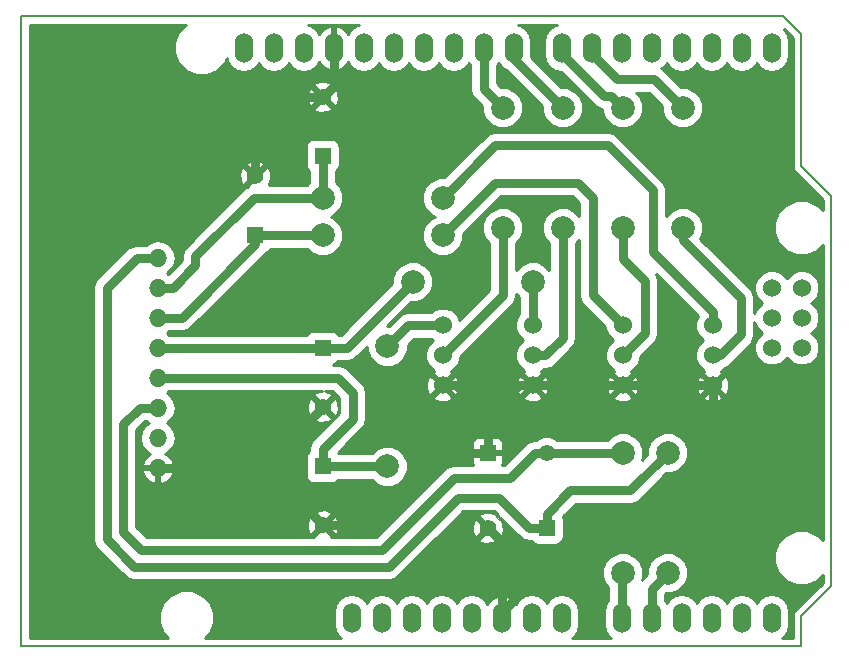
<source format=gbl>
G04 #@! TF.FileFunction,Copper,L2,Bot,Signal*
%FSLAX46Y46*%
G04 Gerber Fmt 4.6, Leading zero omitted, Abs format (unit mm)*
G04 Created by KiCad (PCBNEW 4.0.6) date Thu May  4 10:17:07 2017*
%MOMM*%
%LPD*%
G01*
G04 APERTURE LIST*
%ADD10C,0.100000*%
%ADD11C,0.150000*%
%ADD12O,1.524000X2.540000*%
%ADD13C,1.524000*%
%ADD14R,1.400000X1.400000*%
%ADD15C,1.400000*%
%ADD16C,1.998980*%
%ADD17O,1.524000X1.524000*%
%ADD18C,0.800000*%
%ADD19C,0.254000*%
G04 APERTURE END LIST*
D10*
D11*
X183388000Y-81788000D02*
X185928000Y-84328000D01*
X183388000Y-70612000D02*
X183388000Y-81788000D01*
X181864000Y-69088000D02*
X183388000Y-70612000D01*
X117348000Y-69088000D02*
X181864000Y-69088000D01*
X117348000Y-122428000D02*
X117348000Y-69088000D01*
X183388000Y-122428000D02*
X117348000Y-122428000D01*
X183388000Y-119888000D02*
X183388000Y-122428000D01*
X185928000Y-117348000D02*
X183388000Y-119888000D01*
X185928000Y-84328000D02*
X185928000Y-117348000D01*
D12*
X180886100Y-120015000D03*
X178346100Y-120015000D03*
X175806100Y-120015000D03*
X168186100Y-120015000D03*
X170726100Y-120015000D03*
X173266100Y-120015000D03*
X163106100Y-120015000D03*
X160566100Y-120015000D03*
X158026100Y-120015000D03*
X152946100Y-120015000D03*
X150406100Y-120015000D03*
X180886100Y-71755000D03*
X178346100Y-71755000D03*
X175806100Y-71755000D03*
X173266100Y-71755000D03*
X170726100Y-71755000D03*
X168186100Y-71755000D03*
X165646100Y-71755000D03*
X163106100Y-71755000D03*
X159042100Y-71755000D03*
X156502100Y-71755000D03*
X153962100Y-71755000D03*
X151422100Y-71755000D03*
X148882100Y-71755000D03*
X146342100Y-71755000D03*
X143802100Y-71755000D03*
X141262100Y-71755000D03*
X155486100Y-120015000D03*
X138722100Y-71755000D03*
X136182100Y-71755000D03*
X147866100Y-120015000D03*
X145326100Y-120015000D03*
D13*
X180886100Y-92075000D03*
X183426100Y-92075000D03*
X180886100Y-94615000D03*
X183426100Y-94615000D03*
X180886100Y-97155000D03*
X183426100Y-97155000D03*
D14*
X161845000Y-112395000D03*
D15*
X156845000Y-112395000D03*
D14*
X156845000Y-106045000D03*
D15*
X161845000Y-106045000D03*
D14*
X142875000Y-107188000D03*
D15*
X142875000Y-112188000D03*
D14*
X142875000Y-97155000D03*
D15*
X142875000Y-102155000D03*
D14*
X137160000Y-87630000D03*
D15*
X137160000Y-82630000D03*
D14*
X142875000Y-80899000D03*
D15*
X142875000Y-75899000D03*
D13*
X153035000Y-97790000D03*
X153035000Y-100330000D03*
X153035000Y-95250000D03*
X160655000Y-97790000D03*
X160655000Y-100330000D03*
X160655000Y-95250000D03*
X168275000Y-97790000D03*
X168275000Y-100330000D03*
X168275000Y-95250000D03*
X175895000Y-97790000D03*
X175895000Y-100330000D03*
X175895000Y-95250000D03*
D16*
X172085000Y-106045000D03*
X172085000Y-116205000D03*
X168275000Y-106045000D03*
X168275000Y-116205000D03*
X158115000Y-86995000D03*
X158115000Y-76835000D03*
X163195000Y-86995000D03*
X163195000Y-76835000D03*
X168275000Y-86995000D03*
X168275000Y-76835000D03*
X173355000Y-86995000D03*
X173355000Y-76835000D03*
X148336000Y-107188000D03*
X148336000Y-97028000D03*
X150495000Y-91567000D03*
X160655000Y-91567000D03*
X142875000Y-87630000D03*
X153035000Y-87630000D03*
X142875000Y-84455000D03*
X153035000Y-84455000D03*
D17*
X128905000Y-89535000D03*
X128905000Y-92075000D03*
X128905000Y-94615000D03*
X128905000Y-97155000D03*
X128905000Y-99695000D03*
X128905000Y-102235000D03*
X128905000Y-104775000D03*
X128905000Y-107315000D03*
D18*
X128905000Y-107315000D02*
X129982630Y-107315000D01*
X129982630Y-107315000D02*
X138002000Y-107315000D01*
X137160000Y-82630000D02*
X137160000Y-79756000D01*
X137160000Y-79756000D02*
X141017000Y-75899000D01*
X141017000Y-75899000D02*
X142875000Y-75899000D01*
X137715000Y-107315000D02*
X138002000Y-107315000D01*
X138002000Y-107315000D02*
X142875000Y-112188000D01*
X137715000Y-107315000D02*
X142875000Y-102155000D01*
X142875000Y-112188000D02*
X147452087Y-112188000D01*
X147452087Y-112188000D02*
X153595087Y-106045000D01*
X153595087Y-106045000D02*
X156845000Y-106045000D01*
X158026100Y-120015000D02*
X158026100Y-113576100D01*
X158026100Y-113576100D02*
X156845000Y-112395000D01*
X158026100Y-120015000D02*
X158026100Y-119507000D01*
X158026100Y-119507000D02*
X163738090Y-113795010D01*
X163738090Y-113795010D02*
X167294238Y-113795010D01*
X175895000Y-105194248D02*
X175895000Y-101407630D01*
X167294238Y-113795010D02*
X175895000Y-105194248D01*
X175895000Y-101407630D02*
X175895000Y-100330000D01*
X168275000Y-100330000D02*
X175895000Y-100330000D01*
X160655000Y-100330000D02*
X168275000Y-100330000D01*
X159512000Y-100330000D02*
X160655000Y-100330000D01*
X156845000Y-102997000D02*
X159512000Y-100330000D01*
X156845000Y-102997000D02*
X156845000Y-106045000D01*
X154178000Y-100330000D02*
X156845000Y-102997000D01*
X153035000Y-100330000D02*
X154178000Y-100330000D01*
X142875000Y-75899000D02*
X143802100Y-74971900D01*
X143802100Y-74971900D02*
X143802100Y-71755000D01*
X153035000Y-95250000D02*
X150114000Y-95250000D01*
X150114000Y-95250000D02*
X148336000Y-97028000D01*
X160655000Y-91567000D02*
X160655000Y-95250000D01*
X168275000Y-95250000D02*
X165735000Y-92710000D01*
X165735000Y-92710000D02*
X165735000Y-84455000D01*
X165735000Y-84455000D02*
X164465000Y-83185000D01*
X164465000Y-83185000D02*
X157480000Y-83185000D01*
X157480000Y-83185000D02*
X153035000Y-87630000D01*
X153035000Y-84455000D02*
X157480000Y-80010000D01*
X170815000Y-89027000D02*
X175895000Y-94107000D01*
X175895000Y-94107000D02*
X175895000Y-95250000D01*
X157480000Y-80010000D02*
X167005000Y-80010000D01*
X167005000Y-80010000D02*
X170815000Y-83820000D01*
X170815000Y-83820000D02*
X170815000Y-89027000D01*
X170726100Y-120015000D02*
X170726100Y-117563900D01*
X170726100Y-117563900D02*
X172085000Y-116205000D01*
X168186100Y-120015000D02*
X168186100Y-116293900D01*
X168186100Y-116293900D02*
X168275000Y-116205000D01*
X156502100Y-71755000D02*
X156502100Y-75222100D01*
X156502100Y-75222100D02*
X158115000Y-76835000D01*
X159042100Y-71755000D02*
X159042100Y-72682100D01*
X159042100Y-72682100D02*
X163195000Y-76835000D01*
X166662100Y-75819000D02*
X167259000Y-75819000D01*
X167259000Y-75819000D02*
X168275000Y-76835000D01*
X163106100Y-71755000D02*
X163106100Y-72263000D01*
X163106100Y-72263000D02*
X166662100Y-75819000D01*
X165646100Y-71755000D02*
X165646100Y-72263000D01*
X165646100Y-72263000D02*
X167802090Y-74418990D01*
X167802090Y-74418990D02*
X170938990Y-74418990D01*
X172355511Y-75835511D02*
X173355000Y-76835000D01*
X170938990Y-74418990D02*
X172355511Y-75835511D01*
X153035000Y-97790000D02*
X158115000Y-92710000D01*
X158115000Y-92710000D02*
X158115000Y-86995000D01*
X160655000Y-97790000D02*
X161732630Y-97790000D01*
X161732630Y-97790000D02*
X163195000Y-96327630D01*
X163195000Y-96327630D02*
X163195000Y-88408492D01*
X163195000Y-88408492D02*
X163195000Y-86995000D01*
X170180000Y-95885000D02*
X170180000Y-91514913D01*
X170180000Y-91514913D02*
X168275000Y-89609913D01*
X168275000Y-89609913D02*
X168275000Y-88408492D01*
X168275000Y-88408492D02*
X168275000Y-86995000D01*
X168275000Y-97790000D02*
X170180000Y-95885000D01*
X175895000Y-97790000D02*
X176530000Y-97790000D01*
X176530000Y-97790000D02*
X178308000Y-96012000D01*
X178308000Y-96012000D02*
X178308000Y-92964000D01*
X178308000Y-92964000D02*
X173355000Y-88011000D01*
X173355000Y-88011000D02*
X173355000Y-86995000D01*
X161845000Y-112395000D02*
X161845000Y-111205000D01*
X161845000Y-111205000D02*
X163830000Y-109220000D01*
X163830000Y-109220000D02*
X168910000Y-109220000D01*
X168910000Y-109220000D02*
X172085000Y-106045000D01*
X161845000Y-112395000D02*
X160345000Y-112395000D01*
X127127000Y-89535000D02*
X128905000Y-89535000D01*
X160345000Y-112395000D02*
X157805000Y-109855000D01*
X157805000Y-109855000D02*
X154305000Y-109855000D01*
X154305000Y-109855000D02*
X148459991Y-115700010D01*
X148459991Y-115700010D02*
X126928097Y-115700010D01*
X126928097Y-115700010D02*
X124583990Y-113355903D01*
X124583990Y-113355903D02*
X124583990Y-92078010D01*
X124583990Y-92078010D02*
X127127000Y-89535000D01*
X161845000Y-106045000D02*
X160855051Y-106045000D01*
X160855051Y-106045000D02*
X158696051Y-108204000D01*
X158696051Y-108204000D02*
X153976088Y-108204000D01*
X125984000Y-103632000D02*
X127381000Y-102235000D01*
X153976088Y-108204000D02*
X147880088Y-114300000D01*
X147880088Y-114300000D02*
X127508000Y-114300000D01*
X127508000Y-114300000D02*
X125984000Y-112776000D01*
X125984000Y-112776000D02*
X125984000Y-103632000D01*
X127381000Y-102235000D02*
X128905000Y-102235000D01*
X161845000Y-106045000D02*
X168275000Y-106045000D01*
X128905000Y-99695000D02*
X144145000Y-99695000D01*
X144145000Y-99695000D02*
X145415000Y-100965000D01*
X142875000Y-105688000D02*
X142875000Y-107188000D01*
X145415000Y-100965000D02*
X145415000Y-103148000D01*
X145415000Y-103148000D02*
X142875000Y-105688000D01*
X142875000Y-107188000D02*
X148336000Y-107188000D01*
X128905000Y-97155000D02*
X130937000Y-97155000D01*
X130937000Y-97155000D02*
X142875000Y-97155000D01*
X142875000Y-97155000D02*
X144907000Y-97155000D01*
X144907000Y-97155000D02*
X150495000Y-91567000D01*
X128905000Y-94615000D02*
X130937000Y-94615000D01*
X130937000Y-94615000D02*
X137160000Y-88392000D01*
X137160000Y-88392000D02*
X137160000Y-87630000D01*
X137160000Y-87630000D02*
X142875000Y-87630000D01*
X128905000Y-92075000D02*
X130175000Y-92075000D01*
X130175000Y-92075000D02*
X132080000Y-90170000D01*
X132080000Y-90170000D02*
X132080000Y-89408000D01*
X132080000Y-89408000D02*
X137033000Y-84455000D01*
X137033000Y-84455000D02*
X142875000Y-84455000D01*
X142875000Y-80899000D02*
X142875000Y-84455000D01*
D19*
G36*
X130665106Y-70442229D02*
X130312002Y-71292598D01*
X130311199Y-72213363D01*
X130662818Y-73064346D01*
X131313329Y-73715994D01*
X132163698Y-74069098D01*
X133084463Y-74069901D01*
X133935446Y-73718282D01*
X134587094Y-73067771D01*
X134761737Y-72647185D01*
X134806443Y-72871940D01*
X135129218Y-73355006D01*
X135612284Y-73677781D01*
X136182100Y-73791124D01*
X136751916Y-73677781D01*
X137234982Y-73355006D01*
X137452100Y-73030067D01*
X137669218Y-73355006D01*
X138152284Y-73677781D01*
X138722100Y-73791124D01*
X139291916Y-73677781D01*
X139774982Y-73355006D01*
X139992100Y-73030067D01*
X140209218Y-73355006D01*
X140692284Y-73677781D01*
X141262100Y-73791124D01*
X141831916Y-73677781D01*
X142314982Y-73355006D01*
X142586855Y-72948120D01*
X142904074Y-73340630D01*
X143384823Y-73602260D01*
X143459030Y-73617220D01*
X143675100Y-73494720D01*
X143675100Y-71882000D01*
X143655100Y-71882000D01*
X143655100Y-71628000D01*
X143675100Y-71628000D01*
X143675100Y-70015280D01*
X143459030Y-69892780D01*
X143384823Y-69907740D01*
X142904074Y-70169370D01*
X142586855Y-70561880D01*
X142314982Y-70154994D01*
X141831916Y-69832219D01*
X141659885Y-69798000D01*
X145944315Y-69798000D01*
X145772284Y-69832219D01*
X145289218Y-70154994D01*
X145017345Y-70561880D01*
X144700126Y-70169370D01*
X144219377Y-69907740D01*
X144145170Y-69892780D01*
X143929100Y-70015280D01*
X143929100Y-71628000D01*
X143949100Y-71628000D01*
X143949100Y-71882000D01*
X143929100Y-71882000D01*
X143929100Y-73494720D01*
X144145170Y-73617220D01*
X144219377Y-73602260D01*
X144700126Y-73340630D01*
X145017345Y-72948120D01*
X145289218Y-73355006D01*
X145772284Y-73677781D01*
X146342100Y-73791124D01*
X146911916Y-73677781D01*
X147394982Y-73355006D01*
X147612100Y-73030067D01*
X147829218Y-73355006D01*
X148312284Y-73677781D01*
X148882100Y-73791124D01*
X149451916Y-73677781D01*
X149934982Y-73355006D01*
X150152100Y-73030067D01*
X150369218Y-73355006D01*
X150852284Y-73677781D01*
X151422100Y-73791124D01*
X151991916Y-73677781D01*
X152474982Y-73355006D01*
X152692100Y-73030067D01*
X152909218Y-73355006D01*
X153392284Y-73677781D01*
X153962100Y-73791124D01*
X154531916Y-73677781D01*
X155014982Y-73355006D01*
X155232100Y-73030067D01*
X155375100Y-73244081D01*
X155375100Y-75222100D01*
X155460888Y-75653384D01*
X155705191Y-76019009D01*
X156388625Y-76702443D01*
X156388211Y-77176913D01*
X156650500Y-77811700D01*
X157135745Y-78297794D01*
X157770073Y-78561190D01*
X158456913Y-78561789D01*
X159091700Y-78299500D01*
X159577794Y-77814255D01*
X159841190Y-77179927D01*
X159841789Y-76493087D01*
X159579500Y-75858300D01*
X159094255Y-75372206D01*
X158459927Y-75108810D01*
X157982211Y-75108393D01*
X157629100Y-74755282D01*
X157629100Y-73244081D01*
X157772100Y-73030067D01*
X157989218Y-73355006D01*
X158386933Y-73620751D01*
X161468625Y-76702444D01*
X161468211Y-77176913D01*
X161730500Y-77811700D01*
X162215745Y-78297794D01*
X162850073Y-78561190D01*
X163536913Y-78561789D01*
X164171700Y-78299500D01*
X164657794Y-77814255D01*
X164921190Y-77179927D01*
X164921789Y-76493087D01*
X164659500Y-75858300D01*
X164174255Y-75372206D01*
X163539927Y-75108810D01*
X163062212Y-75108393D01*
X160485449Y-72531630D01*
X160531100Y-72302124D01*
X160531100Y-71207876D01*
X160417757Y-70638060D01*
X160094982Y-70154994D01*
X159611916Y-69832219D01*
X159439885Y-69798000D01*
X162708315Y-69798000D01*
X162536284Y-69832219D01*
X162053218Y-70154994D01*
X161730443Y-70638060D01*
X161617100Y-71207876D01*
X161617100Y-72302124D01*
X161730443Y-72871940D01*
X162053218Y-73355006D01*
X162536284Y-73677781D01*
X163024094Y-73774812D01*
X165865190Y-76615909D01*
X166230815Y-76860212D01*
X166302370Y-76874445D01*
X166548432Y-76923390D01*
X166548211Y-77176913D01*
X166810500Y-77811700D01*
X167295745Y-78297794D01*
X167930073Y-78561190D01*
X168616913Y-78561789D01*
X169251700Y-78299500D01*
X169737794Y-77814255D01*
X170001190Y-77179927D01*
X170001789Y-76493087D01*
X169739500Y-75858300D01*
X169427735Y-75545990D01*
X170472172Y-75545990D01*
X171628625Y-76702443D01*
X171628211Y-77176913D01*
X171890500Y-77811700D01*
X172375745Y-78297794D01*
X173010073Y-78561190D01*
X173696913Y-78561789D01*
X174331700Y-78299500D01*
X174817794Y-77814255D01*
X175081190Y-77179927D01*
X175081789Y-76493087D01*
X174819500Y-75858300D01*
X174334255Y-75372206D01*
X173699927Y-75108810D01*
X173222211Y-75108393D01*
X171735899Y-73622081D01*
X171557588Y-73502937D01*
X171778982Y-73355006D01*
X171996100Y-73030067D01*
X172213218Y-73355006D01*
X172696284Y-73677781D01*
X173266100Y-73791124D01*
X173835916Y-73677781D01*
X174318982Y-73355006D01*
X174536100Y-73030067D01*
X174753218Y-73355006D01*
X175236284Y-73677781D01*
X175806100Y-73791124D01*
X176375916Y-73677781D01*
X176858982Y-73355006D01*
X177076100Y-73030067D01*
X177293218Y-73355006D01*
X177776284Y-73677781D01*
X178346100Y-73791124D01*
X178915916Y-73677781D01*
X179398982Y-73355006D01*
X179616100Y-73030067D01*
X179833218Y-73355006D01*
X180316284Y-73677781D01*
X180886100Y-73791124D01*
X181455916Y-73677781D01*
X181938982Y-73355006D01*
X182261757Y-72871940D01*
X182375100Y-72302124D01*
X182375100Y-71207876D01*
X182261757Y-70638060D01*
X181963306Y-70191398D01*
X182678000Y-70906091D01*
X182678000Y-81788000D01*
X182732046Y-82059705D01*
X182885954Y-82290046D01*
X185218000Y-84622091D01*
X185218000Y-85513972D01*
X184738871Y-85034006D01*
X183888502Y-84680902D01*
X182967737Y-84680099D01*
X182116754Y-85031718D01*
X181465106Y-85682229D01*
X181112002Y-86532598D01*
X181111199Y-87453363D01*
X181462818Y-88304346D01*
X182113329Y-88955994D01*
X182963698Y-89309098D01*
X183884463Y-89309901D01*
X184735446Y-88958282D01*
X185218000Y-88476570D01*
X185218000Y-113453972D01*
X184738871Y-112974006D01*
X183888502Y-112620902D01*
X182967737Y-112620099D01*
X182116754Y-112971718D01*
X181465106Y-113622229D01*
X181112002Y-114472598D01*
X181111199Y-115393363D01*
X181462818Y-116244346D01*
X182113329Y-116895994D01*
X182963698Y-117249098D01*
X183884463Y-117249901D01*
X184735446Y-116898282D01*
X185218000Y-116416570D01*
X185218000Y-117053909D01*
X182885954Y-119385954D01*
X182732046Y-119616295D01*
X182678000Y-119888000D01*
X182678000Y-121718000D01*
X181784841Y-121718000D01*
X181938982Y-121615006D01*
X182261757Y-121131940D01*
X182375100Y-120562124D01*
X182375100Y-119467876D01*
X182261757Y-118898060D01*
X181938982Y-118414994D01*
X181455916Y-118092219D01*
X180886100Y-117978876D01*
X180316284Y-118092219D01*
X179833218Y-118414994D01*
X179616100Y-118739933D01*
X179398982Y-118414994D01*
X178915916Y-118092219D01*
X178346100Y-117978876D01*
X177776284Y-118092219D01*
X177293218Y-118414994D01*
X177076100Y-118739933D01*
X176858982Y-118414994D01*
X176375916Y-118092219D01*
X175806100Y-117978876D01*
X175236284Y-118092219D01*
X174753218Y-118414994D01*
X174536100Y-118739933D01*
X174318982Y-118414994D01*
X173835916Y-118092219D01*
X173266100Y-117978876D01*
X172696284Y-118092219D01*
X172213218Y-118414994D01*
X171996100Y-118739933D01*
X171853100Y-118525919D01*
X171853100Y-118030718D01*
X171952443Y-117931375D01*
X172426913Y-117931789D01*
X173061700Y-117669500D01*
X173547794Y-117184255D01*
X173811190Y-116549927D01*
X173811789Y-115863087D01*
X173549500Y-115228300D01*
X173064255Y-114742206D01*
X172429927Y-114478810D01*
X171743087Y-114478211D01*
X171108300Y-114740500D01*
X170622206Y-115225745D01*
X170358810Y-115860073D01*
X170358393Y-116337789D01*
X169929191Y-116766991D01*
X169881288Y-116838682D01*
X170001190Y-116549927D01*
X170001789Y-115863087D01*
X169739500Y-115228300D01*
X169254255Y-114742206D01*
X168619927Y-114478810D01*
X167933087Y-114478211D01*
X167298300Y-114740500D01*
X166812206Y-115225745D01*
X166548810Y-115860073D01*
X166548211Y-116546913D01*
X166810500Y-117181700D01*
X167059100Y-117430735D01*
X167059100Y-118525919D01*
X166810443Y-118898060D01*
X166697100Y-119467876D01*
X166697100Y-120562124D01*
X166810443Y-121131940D01*
X167133218Y-121615006D01*
X167287359Y-121718000D01*
X164004841Y-121718000D01*
X164158982Y-121615006D01*
X164481757Y-121131940D01*
X164595100Y-120562124D01*
X164595100Y-119467876D01*
X164481757Y-118898060D01*
X164158982Y-118414994D01*
X163675916Y-118092219D01*
X163106100Y-117978876D01*
X162536284Y-118092219D01*
X162053218Y-118414994D01*
X161836100Y-118739933D01*
X161618982Y-118414994D01*
X161135916Y-118092219D01*
X160566100Y-117978876D01*
X159996284Y-118092219D01*
X159513218Y-118414994D01*
X159241345Y-118821880D01*
X158924126Y-118429370D01*
X158443377Y-118167740D01*
X158369170Y-118152780D01*
X158153100Y-118275280D01*
X158153100Y-119888000D01*
X158173100Y-119888000D01*
X158173100Y-120142000D01*
X158153100Y-120142000D01*
X158153100Y-120162000D01*
X157899100Y-120162000D01*
X157899100Y-120142000D01*
X157879100Y-120142000D01*
X157879100Y-119888000D01*
X157899100Y-119888000D01*
X157899100Y-118275280D01*
X157683030Y-118152780D01*
X157608823Y-118167740D01*
X157128074Y-118429370D01*
X156810855Y-118821880D01*
X156538982Y-118414994D01*
X156055916Y-118092219D01*
X155486100Y-117978876D01*
X154916284Y-118092219D01*
X154433218Y-118414994D01*
X154216100Y-118739933D01*
X153998982Y-118414994D01*
X153515916Y-118092219D01*
X152946100Y-117978876D01*
X152376284Y-118092219D01*
X151893218Y-118414994D01*
X151676100Y-118739933D01*
X151458982Y-118414994D01*
X150975916Y-118092219D01*
X150406100Y-117978876D01*
X149836284Y-118092219D01*
X149353218Y-118414994D01*
X149136100Y-118739933D01*
X148918982Y-118414994D01*
X148435916Y-118092219D01*
X147866100Y-117978876D01*
X147296284Y-118092219D01*
X146813218Y-118414994D01*
X146596100Y-118739933D01*
X146378982Y-118414994D01*
X145895916Y-118092219D01*
X145326100Y-117978876D01*
X144756284Y-118092219D01*
X144273218Y-118414994D01*
X143950443Y-118898060D01*
X143837100Y-119467876D01*
X143837100Y-120562124D01*
X143950443Y-121131940D01*
X144273218Y-121615006D01*
X144427359Y-121718000D01*
X132926183Y-121718000D01*
X133317094Y-121327771D01*
X133670198Y-120477402D01*
X133671001Y-119556637D01*
X133319382Y-118705654D01*
X132668871Y-118054006D01*
X131818502Y-117700902D01*
X130897737Y-117700099D01*
X130046754Y-118051718D01*
X129395106Y-118702229D01*
X129042002Y-119552598D01*
X129041199Y-120473363D01*
X129392818Y-121324346D01*
X129785785Y-121718000D01*
X118058000Y-121718000D01*
X118058000Y-92078010D01*
X123456990Y-92078010D01*
X123456990Y-113355903D01*
X123542778Y-113787187D01*
X123787081Y-114152812D01*
X126131188Y-116496919D01*
X126496813Y-116741222D01*
X126928097Y-116827010D01*
X148459991Y-116827010D01*
X148891275Y-116741222D01*
X149256900Y-116496919D01*
X152423544Y-113330275D01*
X156089331Y-113330275D01*
X156151169Y-113566042D01*
X156652122Y-113742419D01*
X157182440Y-113713664D01*
X157538831Y-113566042D01*
X157600669Y-113330275D01*
X156845000Y-112574605D01*
X156089331Y-113330275D01*
X152423544Y-113330275D01*
X153551697Y-112202122D01*
X155497581Y-112202122D01*
X155526336Y-112732440D01*
X155673958Y-113088831D01*
X155909725Y-113150669D01*
X156665395Y-112395000D01*
X155909725Y-111639331D01*
X155673958Y-111701169D01*
X155497581Y-112202122D01*
X153551697Y-112202122D01*
X154771819Y-110982000D01*
X157338182Y-110982000D01*
X157708287Y-111352105D01*
X157600669Y-111459723D01*
X157538831Y-111223958D01*
X157037878Y-111047581D01*
X156507560Y-111076336D01*
X156151169Y-111223958D01*
X156089331Y-111459725D01*
X156845000Y-112215395D01*
X156859142Y-112201252D01*
X157038748Y-112380858D01*
X157024605Y-112395000D01*
X157780275Y-113150669D01*
X158016042Y-113088831D01*
X158192419Y-112587878D01*
X158163664Y-112057560D01*
X158016042Y-111701169D01*
X157780277Y-111639331D01*
X157887895Y-111531713D01*
X159548090Y-113191909D01*
X159913715Y-113436212D01*
X159985270Y-113450445D01*
X160345000Y-113522000D01*
X160555858Y-113522000D01*
X160613672Y-113611846D01*
X160856615Y-113777843D01*
X161145000Y-113836242D01*
X162545000Y-113836242D01*
X162814410Y-113785549D01*
X163061846Y-113626328D01*
X163227843Y-113383385D01*
X163286242Y-113095000D01*
X163286242Y-111695000D01*
X163235549Y-111425590D01*
X163228767Y-111415051D01*
X164296818Y-110347000D01*
X168910000Y-110347000D01*
X169341284Y-110261212D01*
X169706909Y-110016909D01*
X171952443Y-107771375D01*
X172426913Y-107771789D01*
X173061700Y-107509500D01*
X173547794Y-107024255D01*
X173811190Y-106389927D01*
X173811789Y-105703087D01*
X173549500Y-105068300D01*
X173064255Y-104582206D01*
X172429927Y-104318810D01*
X171743087Y-104318211D01*
X171108300Y-104580500D01*
X170622206Y-105065745D01*
X170358810Y-105700073D01*
X170358393Y-106177789D01*
X169898180Y-106638002D01*
X170001190Y-106389927D01*
X170001789Y-105703087D01*
X169739500Y-105068300D01*
X169254255Y-104582206D01*
X168619927Y-104318810D01*
X167933087Y-104318211D01*
X167298300Y-104580500D01*
X166960209Y-104918000D01*
X162736290Y-104918000D01*
X162654386Y-104835953D01*
X162130093Y-104618248D01*
X161562397Y-104617752D01*
X161037725Y-104834543D01*
X160954122Y-104918000D01*
X160855051Y-104918000D01*
X160423767Y-105003788D01*
X160058142Y-105248091D01*
X158229233Y-107077000D01*
X158094800Y-107077000D01*
X158180000Y-106871310D01*
X158180000Y-106330750D01*
X158021250Y-106172000D01*
X156972000Y-106172000D01*
X156972000Y-106192000D01*
X156718000Y-106192000D01*
X156718000Y-106172000D01*
X155668750Y-106172000D01*
X155510000Y-106330750D01*
X155510000Y-106871310D01*
X155595200Y-107077000D01*
X153976088Y-107077000D01*
X153544804Y-107162788D01*
X153179179Y-107407091D01*
X147413270Y-113173000D01*
X143617627Y-113173000D01*
X143630669Y-113123275D01*
X142875000Y-112367605D01*
X142119331Y-113123275D01*
X142132373Y-113173000D01*
X127974819Y-113173000D01*
X127111000Y-112309182D01*
X127111000Y-111995122D01*
X141527581Y-111995122D01*
X141556336Y-112525440D01*
X141703958Y-112881831D01*
X141939725Y-112943669D01*
X142695395Y-112188000D01*
X143054605Y-112188000D01*
X143810275Y-112943669D01*
X144046042Y-112881831D01*
X144222419Y-112380878D01*
X144193664Y-111850560D01*
X144046042Y-111494169D01*
X143810275Y-111432331D01*
X143054605Y-112188000D01*
X142695395Y-112188000D01*
X141939725Y-111432331D01*
X141703958Y-111494169D01*
X141527581Y-111995122D01*
X127111000Y-111995122D01*
X127111000Y-111252725D01*
X142119331Y-111252725D01*
X142875000Y-112008395D01*
X143630669Y-111252725D01*
X143568831Y-111016958D01*
X143067878Y-110840581D01*
X142537560Y-110869336D01*
X142181169Y-111016958D01*
X142119331Y-111252725D01*
X127111000Y-111252725D01*
X127111000Y-107658070D01*
X127550780Y-107658070D01*
X127704826Y-108029997D01*
X128069801Y-108434858D01*
X128561928Y-108669231D01*
X128778000Y-108547476D01*
X128778000Y-107442000D01*
X129032000Y-107442000D01*
X129032000Y-108547476D01*
X129248072Y-108669231D01*
X129740199Y-108434858D01*
X130105174Y-108029997D01*
X130259220Y-107658070D01*
X130136720Y-107442000D01*
X129032000Y-107442000D01*
X128778000Y-107442000D01*
X127673280Y-107442000D01*
X127550780Y-107658070D01*
X127111000Y-107658070D01*
X127111000Y-104098818D01*
X127847819Y-103362000D01*
X127933872Y-103362000D01*
X128147886Y-103505000D01*
X127822947Y-103722118D01*
X127500172Y-104205184D01*
X127386829Y-104775000D01*
X127500172Y-105344816D01*
X127822947Y-105827882D01*
X128246586Y-106110949D01*
X128069801Y-106195142D01*
X127704826Y-106600003D01*
X127550780Y-106971930D01*
X127673280Y-107188000D01*
X128778000Y-107188000D01*
X128778000Y-107168000D01*
X129032000Y-107168000D01*
X129032000Y-107188000D01*
X130136720Y-107188000D01*
X130259220Y-106971930D01*
X130105174Y-106600003D01*
X129740199Y-106195142D01*
X129563414Y-106110949D01*
X129987053Y-105827882D01*
X130309828Y-105344816D01*
X130423171Y-104775000D01*
X130309828Y-104205184D01*
X129987053Y-103722118D01*
X129662114Y-103505000D01*
X129987053Y-103287882D01*
X130119090Y-103090275D01*
X142119331Y-103090275D01*
X142181169Y-103326042D01*
X142682122Y-103502419D01*
X143212440Y-103473664D01*
X143568831Y-103326042D01*
X143630669Y-103090275D01*
X142875000Y-102334605D01*
X142119331Y-103090275D01*
X130119090Y-103090275D01*
X130309828Y-102804816D01*
X130423171Y-102235000D01*
X130368893Y-101962122D01*
X141527581Y-101962122D01*
X141556336Y-102492440D01*
X141703958Y-102848831D01*
X141939725Y-102910669D01*
X142695395Y-102155000D01*
X143054605Y-102155000D01*
X143810275Y-102910669D01*
X144046042Y-102848831D01*
X144222419Y-102347878D01*
X144193664Y-101817560D01*
X144046042Y-101461169D01*
X143810275Y-101399331D01*
X143054605Y-102155000D01*
X142695395Y-102155000D01*
X141939725Y-101399331D01*
X141703958Y-101461169D01*
X141527581Y-101962122D01*
X130368893Y-101962122D01*
X130309828Y-101665184D01*
X129987053Y-101182118D01*
X129662114Y-100965000D01*
X129876128Y-100822000D01*
X142801954Y-100822000D01*
X142537560Y-100836336D01*
X142181169Y-100983958D01*
X142119331Y-101219725D01*
X142875000Y-101975395D01*
X143630669Y-101219725D01*
X143568831Y-100983958D01*
X143108831Y-100822000D01*
X143678182Y-100822000D01*
X144288000Y-101431819D01*
X144288000Y-102681181D01*
X142078091Y-104891091D01*
X141833788Y-105256716D01*
X141748000Y-105688000D01*
X141748000Y-105898858D01*
X141658154Y-105956672D01*
X141492157Y-106199615D01*
X141433758Y-106488000D01*
X141433758Y-107888000D01*
X141484451Y-108157410D01*
X141643672Y-108404846D01*
X141886615Y-108570843D01*
X142175000Y-108629242D01*
X143575000Y-108629242D01*
X143844410Y-108578549D01*
X144091846Y-108419328D01*
X144163131Y-108315000D01*
X147021537Y-108315000D01*
X147356745Y-108650794D01*
X147991073Y-108914190D01*
X148677913Y-108914789D01*
X149312700Y-108652500D01*
X149798794Y-108167255D01*
X150062190Y-107532927D01*
X150062789Y-106846087D01*
X149800500Y-106211300D01*
X149315255Y-105725206D01*
X148680927Y-105461810D01*
X147994087Y-105461211D01*
X147359300Y-105723500D01*
X147021209Y-106061000D01*
X144164142Y-106061000D01*
X144137391Y-106019427D01*
X144938128Y-105218690D01*
X155510000Y-105218690D01*
X155510000Y-105759250D01*
X155668750Y-105918000D01*
X156718000Y-105918000D01*
X156718000Y-104868750D01*
X156972000Y-104868750D01*
X156972000Y-105918000D01*
X158021250Y-105918000D01*
X158180000Y-105759250D01*
X158180000Y-105218690D01*
X158083327Y-104985301D01*
X157904698Y-104806673D01*
X157671309Y-104710000D01*
X157130750Y-104710000D01*
X156972000Y-104868750D01*
X156718000Y-104868750D01*
X156559250Y-104710000D01*
X156018691Y-104710000D01*
X155785302Y-104806673D01*
X155606673Y-104985301D01*
X155510000Y-105218690D01*
X144938128Y-105218690D01*
X146211909Y-103944910D01*
X146456212Y-103579285D01*
X146477221Y-103473664D01*
X146542000Y-103148000D01*
X146542000Y-101310213D01*
X152234392Y-101310213D01*
X152303857Y-101552397D01*
X152827302Y-101739144D01*
X153382368Y-101711362D01*
X153766143Y-101552397D01*
X153835608Y-101310213D01*
X159854392Y-101310213D01*
X159923857Y-101552397D01*
X160447302Y-101739144D01*
X161002368Y-101711362D01*
X161386143Y-101552397D01*
X161455608Y-101310213D01*
X167474392Y-101310213D01*
X167543857Y-101552397D01*
X168067302Y-101739144D01*
X168622368Y-101711362D01*
X169006143Y-101552397D01*
X169075608Y-101310213D01*
X175094392Y-101310213D01*
X175163857Y-101552397D01*
X175687302Y-101739144D01*
X176242368Y-101711362D01*
X176626143Y-101552397D01*
X176695608Y-101310213D01*
X175895000Y-100509605D01*
X175094392Y-101310213D01*
X169075608Y-101310213D01*
X168275000Y-100509605D01*
X167474392Y-101310213D01*
X161455608Y-101310213D01*
X160655000Y-100509605D01*
X159854392Y-101310213D01*
X153835608Y-101310213D01*
X153035000Y-100509605D01*
X152234392Y-101310213D01*
X146542000Y-101310213D01*
X146542000Y-100965000D01*
X146456212Y-100533716D01*
X146440102Y-100509605D01*
X146211909Y-100168090D01*
X146166121Y-100122302D01*
X151625856Y-100122302D01*
X151653638Y-100677368D01*
X151812603Y-101061143D01*
X152054787Y-101130608D01*
X152855395Y-100330000D01*
X153214605Y-100330000D01*
X154015213Y-101130608D01*
X154257397Y-101061143D01*
X154444144Y-100537698D01*
X154423353Y-100122302D01*
X159245856Y-100122302D01*
X159273638Y-100677368D01*
X159432603Y-101061143D01*
X159674787Y-101130608D01*
X160475395Y-100330000D01*
X160834605Y-100330000D01*
X161635213Y-101130608D01*
X161877397Y-101061143D01*
X162064144Y-100537698D01*
X162043353Y-100122302D01*
X166865856Y-100122302D01*
X166893638Y-100677368D01*
X167052603Y-101061143D01*
X167294787Y-101130608D01*
X168095395Y-100330000D01*
X168454605Y-100330000D01*
X169255213Y-101130608D01*
X169497397Y-101061143D01*
X169684144Y-100537698D01*
X169663353Y-100122302D01*
X174485856Y-100122302D01*
X174513638Y-100677368D01*
X174672603Y-101061143D01*
X174914787Y-101130608D01*
X175715395Y-100330000D01*
X176074605Y-100330000D01*
X176875213Y-101130608D01*
X177117397Y-101061143D01*
X177304144Y-100537698D01*
X177276362Y-99982632D01*
X177117397Y-99598857D01*
X176875213Y-99529392D01*
X176074605Y-100330000D01*
X175715395Y-100330000D01*
X174914787Y-99529392D01*
X174672603Y-99598857D01*
X174485856Y-100122302D01*
X169663353Y-100122302D01*
X169656362Y-99982632D01*
X169497397Y-99598857D01*
X169255213Y-99529392D01*
X168454605Y-100330000D01*
X168095395Y-100330000D01*
X167294787Y-99529392D01*
X167052603Y-99598857D01*
X166865856Y-100122302D01*
X162043353Y-100122302D01*
X162036362Y-99982632D01*
X161877397Y-99598857D01*
X161635213Y-99529392D01*
X160834605Y-100330000D01*
X160475395Y-100330000D01*
X159674787Y-99529392D01*
X159432603Y-99598857D01*
X159245856Y-100122302D01*
X154423353Y-100122302D01*
X154416362Y-99982632D01*
X154257397Y-99598857D01*
X154015213Y-99529392D01*
X153214605Y-100330000D01*
X152855395Y-100330000D01*
X152054787Y-99529392D01*
X151812603Y-99598857D01*
X151625856Y-100122302D01*
X146166121Y-100122302D01*
X144941909Y-98898091D01*
X144576284Y-98653788D01*
X144145000Y-98568000D01*
X143725093Y-98568000D01*
X143844410Y-98545549D01*
X144091846Y-98386328D01*
X144163131Y-98282000D01*
X144907000Y-98282000D01*
X145338284Y-98196212D01*
X145703909Y-97951909D01*
X146609493Y-97046325D01*
X146609211Y-97369913D01*
X146871500Y-98004700D01*
X147356745Y-98490794D01*
X147991073Y-98754190D01*
X148677913Y-98754789D01*
X149312700Y-98492500D01*
X149798794Y-98007255D01*
X150062190Y-97372927D01*
X150062607Y-96895212D01*
X150580819Y-96377000D01*
X152056106Y-96377000D01*
X152190448Y-96511577D01*
X152210105Y-96519739D01*
X152192651Y-96526951D01*
X151773423Y-96945448D01*
X151546259Y-97492520D01*
X151545742Y-98084881D01*
X151771951Y-98632349D01*
X152190448Y-99051577D01*
X152314629Y-99103141D01*
X152303857Y-99107603D01*
X152234392Y-99349787D01*
X153035000Y-100150395D01*
X153835608Y-99349787D01*
X153766143Y-99107603D01*
X153754967Y-99103616D01*
X153877349Y-99053049D01*
X154296577Y-98634552D01*
X154523741Y-98087480D01*
X154523909Y-97894909D01*
X158911909Y-93506909D01*
X159156212Y-93141284D01*
X159242000Y-92710000D01*
X159242000Y-92595290D01*
X159528000Y-92881791D01*
X159528000Y-94271106D01*
X159393423Y-94405448D01*
X159166259Y-94952520D01*
X159165742Y-95544881D01*
X159391951Y-96092349D01*
X159810448Y-96511577D01*
X159830105Y-96519739D01*
X159812651Y-96526951D01*
X159393423Y-96945448D01*
X159166259Y-97492520D01*
X159165742Y-98084881D01*
X159391951Y-98632349D01*
X159810448Y-99051577D01*
X159934629Y-99103141D01*
X159923857Y-99107603D01*
X159854392Y-99349787D01*
X160655000Y-100150395D01*
X161455608Y-99349787D01*
X161386143Y-99107603D01*
X161374967Y-99103616D01*
X161497349Y-99053049D01*
X161633636Y-98917000D01*
X161732630Y-98917000D01*
X162163914Y-98831212D01*
X162529539Y-98586909D01*
X163991909Y-97124540D01*
X164236212Y-96758915D01*
X164251529Y-96681909D01*
X164322000Y-96327630D01*
X164322000Y-88309463D01*
X164608000Y-88023962D01*
X164608000Y-92710000D01*
X164693788Y-93141284D01*
X164938091Y-93506909D01*
X166785908Y-95354727D01*
X166785742Y-95544881D01*
X167011951Y-96092349D01*
X167430448Y-96511577D01*
X167450105Y-96519739D01*
X167432651Y-96526951D01*
X167013423Y-96945448D01*
X166786259Y-97492520D01*
X166785742Y-98084881D01*
X167011951Y-98632349D01*
X167430448Y-99051577D01*
X167554629Y-99103141D01*
X167543857Y-99107603D01*
X167474392Y-99349787D01*
X168275000Y-100150395D01*
X169075608Y-99349787D01*
X169006143Y-99107603D01*
X168994967Y-99103616D01*
X169117349Y-99053049D01*
X169536577Y-98634552D01*
X169763741Y-98087480D01*
X169763909Y-97894909D01*
X170976909Y-96681909D01*
X171221212Y-96316284D01*
X171307000Y-95885000D01*
X171307000Y-91514913D01*
X171221212Y-91083629D01*
X171107240Y-90913058D01*
X174623508Y-94429326D01*
X174406259Y-94952520D01*
X174405742Y-95544881D01*
X174631951Y-96092349D01*
X175050448Y-96511577D01*
X175070105Y-96519739D01*
X175052651Y-96526951D01*
X174633423Y-96945448D01*
X174406259Y-97492520D01*
X174405742Y-98084881D01*
X174631951Y-98632349D01*
X175050448Y-99051577D01*
X175174629Y-99103141D01*
X175163857Y-99107603D01*
X175094392Y-99349787D01*
X175895000Y-100150395D01*
X176695608Y-99349787D01*
X176626143Y-99107603D01*
X176614967Y-99103616D01*
X176737349Y-99053049D01*
X176959148Y-98831637D01*
X176961284Y-98831212D01*
X177326909Y-98586909D01*
X179104910Y-96808909D01*
X179349212Y-96443284D01*
X179435000Y-96012000D01*
X179435000Y-95002230D01*
X179623051Y-95457349D01*
X180041548Y-95876577D01*
X180061205Y-95884739D01*
X180043751Y-95891951D01*
X179624523Y-96310448D01*
X179397359Y-96857520D01*
X179396842Y-97449881D01*
X179623051Y-97997349D01*
X180041548Y-98416577D01*
X180588620Y-98643741D01*
X181180981Y-98644258D01*
X181728449Y-98418049D01*
X182147677Y-97999552D01*
X182155839Y-97979895D01*
X182163051Y-97997349D01*
X182581548Y-98416577D01*
X183128620Y-98643741D01*
X183720981Y-98644258D01*
X184268449Y-98418049D01*
X184687677Y-97999552D01*
X184914841Y-97452480D01*
X184915358Y-96860119D01*
X184689149Y-96312651D01*
X184270652Y-95893423D01*
X184250995Y-95885261D01*
X184268449Y-95878049D01*
X184687677Y-95459552D01*
X184914841Y-94912480D01*
X184915358Y-94320119D01*
X184689149Y-93772651D01*
X184270652Y-93353423D01*
X184250995Y-93345261D01*
X184268449Y-93338049D01*
X184687677Y-92919552D01*
X184914841Y-92372480D01*
X184915358Y-91780119D01*
X184689149Y-91232651D01*
X184270652Y-90813423D01*
X183723580Y-90586259D01*
X183131219Y-90585742D01*
X182583751Y-90811951D01*
X182164523Y-91230448D01*
X182156361Y-91250105D01*
X182149149Y-91232651D01*
X181730652Y-90813423D01*
X181183580Y-90586259D01*
X180591219Y-90585742D01*
X180043751Y-90811951D01*
X179624523Y-91230448D01*
X179397359Y-91777520D01*
X179396842Y-92369881D01*
X179623051Y-92917349D01*
X180041548Y-93336577D01*
X180061205Y-93344739D01*
X180043751Y-93351951D01*
X179624523Y-93770448D01*
X179435000Y-94226870D01*
X179435000Y-92964000D01*
X179349212Y-92532716D01*
X179240409Y-92369881D01*
X179104910Y-92167091D01*
X174845456Y-87907638D01*
X175081190Y-87339927D01*
X175081789Y-86653087D01*
X174819500Y-86018300D01*
X174334255Y-85532206D01*
X173699927Y-85268810D01*
X173013087Y-85268211D01*
X172378300Y-85530500D01*
X171942000Y-85966038D01*
X171942000Y-83820000D01*
X171856212Y-83388716D01*
X171812857Y-83323831D01*
X171611910Y-83023091D01*
X167801909Y-79213091D01*
X167436284Y-78968788D01*
X167005000Y-78883000D01*
X157480000Y-78883000D01*
X157048716Y-78968788D01*
X156683090Y-79213091D01*
X153167557Y-82728625D01*
X152693087Y-82728211D01*
X152058300Y-82990500D01*
X151572206Y-83475745D01*
X151308810Y-84110073D01*
X151308211Y-84796913D01*
X151570500Y-85431700D01*
X152055745Y-85917794D01*
X152356026Y-86042482D01*
X152058300Y-86165500D01*
X151572206Y-86650745D01*
X151308810Y-87285073D01*
X151308211Y-87971913D01*
X151570500Y-88606700D01*
X152055745Y-89092794D01*
X152690073Y-89356190D01*
X153376913Y-89356789D01*
X154011700Y-89094500D01*
X154497794Y-88609255D01*
X154761190Y-87974927D01*
X154761607Y-87497212D01*
X157946819Y-84312000D01*
X163998182Y-84312000D01*
X164608000Y-84921819D01*
X164608000Y-85966710D01*
X164174255Y-85532206D01*
X163539927Y-85268810D01*
X162853087Y-85268211D01*
X162218300Y-85530500D01*
X161732206Y-86015745D01*
X161468810Y-86650073D01*
X161468211Y-87336913D01*
X161730500Y-87971700D01*
X162068000Y-88309791D01*
X162068000Y-90538710D01*
X161634255Y-90104206D01*
X160999927Y-89840810D01*
X160313087Y-89840211D01*
X159678300Y-90102500D01*
X159242000Y-90538038D01*
X159242000Y-88309463D01*
X159577794Y-87974255D01*
X159841190Y-87339927D01*
X159841789Y-86653087D01*
X159579500Y-86018300D01*
X159094255Y-85532206D01*
X158459927Y-85268810D01*
X157773087Y-85268211D01*
X157138300Y-85530500D01*
X156652206Y-86015745D01*
X156388810Y-86650073D01*
X156388211Y-87336913D01*
X156650500Y-87971700D01*
X156988000Y-88309791D01*
X156988000Y-92243182D01*
X154451690Y-94779492D01*
X154298049Y-94407651D01*
X153879552Y-93988423D01*
X153332480Y-93761259D01*
X152740119Y-93760742D01*
X152192651Y-93986951D01*
X152056364Y-94123000D01*
X150114000Y-94123000D01*
X149682716Y-94208788D01*
X149317091Y-94453090D01*
X148468557Y-95301625D01*
X148354293Y-95301525D01*
X150362444Y-93293375D01*
X150836913Y-93293789D01*
X151471700Y-93031500D01*
X151957794Y-92546255D01*
X152221190Y-91911927D01*
X152221789Y-91225087D01*
X151959500Y-90590300D01*
X151474255Y-90104206D01*
X150839927Y-89840810D01*
X150153087Y-89840211D01*
X149518300Y-90102500D01*
X149032206Y-90587745D01*
X148768810Y-91222073D01*
X148768393Y-91699788D01*
X144440182Y-96028000D01*
X144164142Y-96028000D01*
X144106328Y-95938154D01*
X143863385Y-95772157D01*
X143575000Y-95713758D01*
X142175000Y-95713758D01*
X141905590Y-95764451D01*
X141658154Y-95923672D01*
X141586869Y-96028000D01*
X129876128Y-96028000D01*
X129662114Y-95885000D01*
X129876128Y-95742000D01*
X130937000Y-95742000D01*
X131368284Y-95656212D01*
X131733909Y-95411909D01*
X137956909Y-89188909D01*
X138060774Y-89033464D01*
X138129410Y-89020549D01*
X138376846Y-88861328D01*
X138448131Y-88757000D01*
X141560537Y-88757000D01*
X141895745Y-89092794D01*
X142530073Y-89356190D01*
X143216913Y-89356789D01*
X143851700Y-89094500D01*
X144337794Y-88609255D01*
X144601190Y-87974927D01*
X144601789Y-87288087D01*
X144339500Y-86653300D01*
X143854255Y-86167206D01*
X143553974Y-86042518D01*
X143851700Y-85919500D01*
X144337794Y-85434255D01*
X144601190Y-84799927D01*
X144601789Y-84113087D01*
X144339500Y-83478300D01*
X144002000Y-83140209D01*
X144002000Y-82188142D01*
X144091846Y-82130328D01*
X144257843Y-81887385D01*
X144316242Y-81599000D01*
X144316242Y-80199000D01*
X144265549Y-79929590D01*
X144106328Y-79682154D01*
X143863385Y-79516157D01*
X143575000Y-79457758D01*
X142175000Y-79457758D01*
X141905590Y-79508451D01*
X141658154Y-79667672D01*
X141492157Y-79910615D01*
X141433758Y-80199000D01*
X141433758Y-81599000D01*
X141484451Y-81868410D01*
X141643672Y-82115846D01*
X141748000Y-82187131D01*
X141748000Y-83140537D01*
X141560209Y-83328000D01*
X138315147Y-83328000D01*
X138331042Y-83323831D01*
X138507419Y-82822878D01*
X138478664Y-82292560D01*
X138331042Y-81936169D01*
X138095275Y-81874331D01*
X137339605Y-82630000D01*
X137353748Y-82644142D01*
X137174142Y-82823748D01*
X137160000Y-82809605D01*
X136463395Y-83506211D01*
X136236091Y-83658090D01*
X131283091Y-88611091D01*
X131038788Y-88976716D01*
X130953000Y-89408000D01*
X130953000Y-89703182D01*
X129775452Y-90880730D01*
X129662114Y-90805000D01*
X129987053Y-90587882D01*
X130309828Y-90104816D01*
X130423171Y-89535000D01*
X130309828Y-88965184D01*
X129987053Y-88482118D01*
X129503987Y-88159343D01*
X128934171Y-88046000D01*
X128875829Y-88046000D01*
X128306013Y-88159343D01*
X127933872Y-88408000D01*
X127127000Y-88408000D01*
X126695716Y-88493788D01*
X126330090Y-88738091D01*
X123787081Y-91281101D01*
X123542778Y-91646726D01*
X123456990Y-92078010D01*
X118058000Y-92078010D01*
X118058000Y-82437122D01*
X135812581Y-82437122D01*
X135841336Y-82967440D01*
X135988958Y-83323831D01*
X136224725Y-83385669D01*
X136980395Y-82630000D01*
X136224725Y-81874331D01*
X135988958Y-81936169D01*
X135812581Y-82437122D01*
X118058000Y-82437122D01*
X118058000Y-81694725D01*
X136404331Y-81694725D01*
X137160000Y-82450395D01*
X137915669Y-81694725D01*
X137853831Y-81458958D01*
X137352878Y-81282581D01*
X136822560Y-81311336D01*
X136466169Y-81458958D01*
X136404331Y-81694725D01*
X118058000Y-81694725D01*
X118058000Y-76834275D01*
X142119331Y-76834275D01*
X142181169Y-77070042D01*
X142682122Y-77246419D01*
X143212440Y-77217664D01*
X143568831Y-77070042D01*
X143630669Y-76834275D01*
X142875000Y-76078605D01*
X142119331Y-76834275D01*
X118058000Y-76834275D01*
X118058000Y-75706122D01*
X141527581Y-75706122D01*
X141556336Y-76236440D01*
X141703958Y-76592831D01*
X141939725Y-76654669D01*
X142695395Y-75899000D01*
X143054605Y-75899000D01*
X143810275Y-76654669D01*
X144046042Y-76592831D01*
X144222419Y-76091878D01*
X144193664Y-75561560D01*
X144046042Y-75205169D01*
X143810275Y-75143331D01*
X143054605Y-75899000D01*
X142695395Y-75899000D01*
X141939725Y-75143331D01*
X141703958Y-75205169D01*
X141527581Y-75706122D01*
X118058000Y-75706122D01*
X118058000Y-74963725D01*
X142119331Y-74963725D01*
X142875000Y-75719395D01*
X143630669Y-74963725D01*
X143568831Y-74727958D01*
X143067878Y-74551581D01*
X142537560Y-74580336D01*
X142181169Y-74727958D01*
X142119331Y-74963725D01*
X118058000Y-74963725D01*
X118058000Y-69798000D01*
X131310461Y-69798000D01*
X130665106Y-70442229D01*
X130665106Y-70442229D01*
G37*
X130665106Y-70442229D02*
X130312002Y-71292598D01*
X130311199Y-72213363D01*
X130662818Y-73064346D01*
X131313329Y-73715994D01*
X132163698Y-74069098D01*
X133084463Y-74069901D01*
X133935446Y-73718282D01*
X134587094Y-73067771D01*
X134761737Y-72647185D01*
X134806443Y-72871940D01*
X135129218Y-73355006D01*
X135612284Y-73677781D01*
X136182100Y-73791124D01*
X136751916Y-73677781D01*
X137234982Y-73355006D01*
X137452100Y-73030067D01*
X137669218Y-73355006D01*
X138152284Y-73677781D01*
X138722100Y-73791124D01*
X139291916Y-73677781D01*
X139774982Y-73355006D01*
X139992100Y-73030067D01*
X140209218Y-73355006D01*
X140692284Y-73677781D01*
X141262100Y-73791124D01*
X141831916Y-73677781D01*
X142314982Y-73355006D01*
X142586855Y-72948120D01*
X142904074Y-73340630D01*
X143384823Y-73602260D01*
X143459030Y-73617220D01*
X143675100Y-73494720D01*
X143675100Y-71882000D01*
X143655100Y-71882000D01*
X143655100Y-71628000D01*
X143675100Y-71628000D01*
X143675100Y-70015280D01*
X143459030Y-69892780D01*
X143384823Y-69907740D01*
X142904074Y-70169370D01*
X142586855Y-70561880D01*
X142314982Y-70154994D01*
X141831916Y-69832219D01*
X141659885Y-69798000D01*
X145944315Y-69798000D01*
X145772284Y-69832219D01*
X145289218Y-70154994D01*
X145017345Y-70561880D01*
X144700126Y-70169370D01*
X144219377Y-69907740D01*
X144145170Y-69892780D01*
X143929100Y-70015280D01*
X143929100Y-71628000D01*
X143949100Y-71628000D01*
X143949100Y-71882000D01*
X143929100Y-71882000D01*
X143929100Y-73494720D01*
X144145170Y-73617220D01*
X144219377Y-73602260D01*
X144700126Y-73340630D01*
X145017345Y-72948120D01*
X145289218Y-73355006D01*
X145772284Y-73677781D01*
X146342100Y-73791124D01*
X146911916Y-73677781D01*
X147394982Y-73355006D01*
X147612100Y-73030067D01*
X147829218Y-73355006D01*
X148312284Y-73677781D01*
X148882100Y-73791124D01*
X149451916Y-73677781D01*
X149934982Y-73355006D01*
X150152100Y-73030067D01*
X150369218Y-73355006D01*
X150852284Y-73677781D01*
X151422100Y-73791124D01*
X151991916Y-73677781D01*
X152474982Y-73355006D01*
X152692100Y-73030067D01*
X152909218Y-73355006D01*
X153392284Y-73677781D01*
X153962100Y-73791124D01*
X154531916Y-73677781D01*
X155014982Y-73355006D01*
X155232100Y-73030067D01*
X155375100Y-73244081D01*
X155375100Y-75222100D01*
X155460888Y-75653384D01*
X155705191Y-76019009D01*
X156388625Y-76702443D01*
X156388211Y-77176913D01*
X156650500Y-77811700D01*
X157135745Y-78297794D01*
X157770073Y-78561190D01*
X158456913Y-78561789D01*
X159091700Y-78299500D01*
X159577794Y-77814255D01*
X159841190Y-77179927D01*
X159841789Y-76493087D01*
X159579500Y-75858300D01*
X159094255Y-75372206D01*
X158459927Y-75108810D01*
X157982211Y-75108393D01*
X157629100Y-74755282D01*
X157629100Y-73244081D01*
X157772100Y-73030067D01*
X157989218Y-73355006D01*
X158386933Y-73620751D01*
X161468625Y-76702444D01*
X161468211Y-77176913D01*
X161730500Y-77811700D01*
X162215745Y-78297794D01*
X162850073Y-78561190D01*
X163536913Y-78561789D01*
X164171700Y-78299500D01*
X164657794Y-77814255D01*
X164921190Y-77179927D01*
X164921789Y-76493087D01*
X164659500Y-75858300D01*
X164174255Y-75372206D01*
X163539927Y-75108810D01*
X163062212Y-75108393D01*
X160485449Y-72531630D01*
X160531100Y-72302124D01*
X160531100Y-71207876D01*
X160417757Y-70638060D01*
X160094982Y-70154994D01*
X159611916Y-69832219D01*
X159439885Y-69798000D01*
X162708315Y-69798000D01*
X162536284Y-69832219D01*
X162053218Y-70154994D01*
X161730443Y-70638060D01*
X161617100Y-71207876D01*
X161617100Y-72302124D01*
X161730443Y-72871940D01*
X162053218Y-73355006D01*
X162536284Y-73677781D01*
X163024094Y-73774812D01*
X165865190Y-76615909D01*
X166230815Y-76860212D01*
X166302370Y-76874445D01*
X166548432Y-76923390D01*
X166548211Y-77176913D01*
X166810500Y-77811700D01*
X167295745Y-78297794D01*
X167930073Y-78561190D01*
X168616913Y-78561789D01*
X169251700Y-78299500D01*
X169737794Y-77814255D01*
X170001190Y-77179927D01*
X170001789Y-76493087D01*
X169739500Y-75858300D01*
X169427735Y-75545990D01*
X170472172Y-75545990D01*
X171628625Y-76702443D01*
X171628211Y-77176913D01*
X171890500Y-77811700D01*
X172375745Y-78297794D01*
X173010073Y-78561190D01*
X173696913Y-78561789D01*
X174331700Y-78299500D01*
X174817794Y-77814255D01*
X175081190Y-77179927D01*
X175081789Y-76493087D01*
X174819500Y-75858300D01*
X174334255Y-75372206D01*
X173699927Y-75108810D01*
X173222211Y-75108393D01*
X171735899Y-73622081D01*
X171557588Y-73502937D01*
X171778982Y-73355006D01*
X171996100Y-73030067D01*
X172213218Y-73355006D01*
X172696284Y-73677781D01*
X173266100Y-73791124D01*
X173835916Y-73677781D01*
X174318982Y-73355006D01*
X174536100Y-73030067D01*
X174753218Y-73355006D01*
X175236284Y-73677781D01*
X175806100Y-73791124D01*
X176375916Y-73677781D01*
X176858982Y-73355006D01*
X177076100Y-73030067D01*
X177293218Y-73355006D01*
X177776284Y-73677781D01*
X178346100Y-73791124D01*
X178915916Y-73677781D01*
X179398982Y-73355006D01*
X179616100Y-73030067D01*
X179833218Y-73355006D01*
X180316284Y-73677781D01*
X180886100Y-73791124D01*
X181455916Y-73677781D01*
X181938982Y-73355006D01*
X182261757Y-72871940D01*
X182375100Y-72302124D01*
X182375100Y-71207876D01*
X182261757Y-70638060D01*
X181963306Y-70191398D01*
X182678000Y-70906091D01*
X182678000Y-81788000D01*
X182732046Y-82059705D01*
X182885954Y-82290046D01*
X185218000Y-84622091D01*
X185218000Y-85513972D01*
X184738871Y-85034006D01*
X183888502Y-84680902D01*
X182967737Y-84680099D01*
X182116754Y-85031718D01*
X181465106Y-85682229D01*
X181112002Y-86532598D01*
X181111199Y-87453363D01*
X181462818Y-88304346D01*
X182113329Y-88955994D01*
X182963698Y-89309098D01*
X183884463Y-89309901D01*
X184735446Y-88958282D01*
X185218000Y-88476570D01*
X185218000Y-113453972D01*
X184738871Y-112974006D01*
X183888502Y-112620902D01*
X182967737Y-112620099D01*
X182116754Y-112971718D01*
X181465106Y-113622229D01*
X181112002Y-114472598D01*
X181111199Y-115393363D01*
X181462818Y-116244346D01*
X182113329Y-116895994D01*
X182963698Y-117249098D01*
X183884463Y-117249901D01*
X184735446Y-116898282D01*
X185218000Y-116416570D01*
X185218000Y-117053909D01*
X182885954Y-119385954D01*
X182732046Y-119616295D01*
X182678000Y-119888000D01*
X182678000Y-121718000D01*
X181784841Y-121718000D01*
X181938982Y-121615006D01*
X182261757Y-121131940D01*
X182375100Y-120562124D01*
X182375100Y-119467876D01*
X182261757Y-118898060D01*
X181938982Y-118414994D01*
X181455916Y-118092219D01*
X180886100Y-117978876D01*
X180316284Y-118092219D01*
X179833218Y-118414994D01*
X179616100Y-118739933D01*
X179398982Y-118414994D01*
X178915916Y-118092219D01*
X178346100Y-117978876D01*
X177776284Y-118092219D01*
X177293218Y-118414994D01*
X177076100Y-118739933D01*
X176858982Y-118414994D01*
X176375916Y-118092219D01*
X175806100Y-117978876D01*
X175236284Y-118092219D01*
X174753218Y-118414994D01*
X174536100Y-118739933D01*
X174318982Y-118414994D01*
X173835916Y-118092219D01*
X173266100Y-117978876D01*
X172696284Y-118092219D01*
X172213218Y-118414994D01*
X171996100Y-118739933D01*
X171853100Y-118525919D01*
X171853100Y-118030718D01*
X171952443Y-117931375D01*
X172426913Y-117931789D01*
X173061700Y-117669500D01*
X173547794Y-117184255D01*
X173811190Y-116549927D01*
X173811789Y-115863087D01*
X173549500Y-115228300D01*
X173064255Y-114742206D01*
X172429927Y-114478810D01*
X171743087Y-114478211D01*
X171108300Y-114740500D01*
X170622206Y-115225745D01*
X170358810Y-115860073D01*
X170358393Y-116337789D01*
X169929191Y-116766991D01*
X169881288Y-116838682D01*
X170001190Y-116549927D01*
X170001789Y-115863087D01*
X169739500Y-115228300D01*
X169254255Y-114742206D01*
X168619927Y-114478810D01*
X167933087Y-114478211D01*
X167298300Y-114740500D01*
X166812206Y-115225745D01*
X166548810Y-115860073D01*
X166548211Y-116546913D01*
X166810500Y-117181700D01*
X167059100Y-117430735D01*
X167059100Y-118525919D01*
X166810443Y-118898060D01*
X166697100Y-119467876D01*
X166697100Y-120562124D01*
X166810443Y-121131940D01*
X167133218Y-121615006D01*
X167287359Y-121718000D01*
X164004841Y-121718000D01*
X164158982Y-121615006D01*
X164481757Y-121131940D01*
X164595100Y-120562124D01*
X164595100Y-119467876D01*
X164481757Y-118898060D01*
X164158982Y-118414994D01*
X163675916Y-118092219D01*
X163106100Y-117978876D01*
X162536284Y-118092219D01*
X162053218Y-118414994D01*
X161836100Y-118739933D01*
X161618982Y-118414994D01*
X161135916Y-118092219D01*
X160566100Y-117978876D01*
X159996284Y-118092219D01*
X159513218Y-118414994D01*
X159241345Y-118821880D01*
X158924126Y-118429370D01*
X158443377Y-118167740D01*
X158369170Y-118152780D01*
X158153100Y-118275280D01*
X158153100Y-119888000D01*
X158173100Y-119888000D01*
X158173100Y-120142000D01*
X158153100Y-120142000D01*
X158153100Y-120162000D01*
X157899100Y-120162000D01*
X157899100Y-120142000D01*
X157879100Y-120142000D01*
X157879100Y-119888000D01*
X157899100Y-119888000D01*
X157899100Y-118275280D01*
X157683030Y-118152780D01*
X157608823Y-118167740D01*
X157128074Y-118429370D01*
X156810855Y-118821880D01*
X156538982Y-118414994D01*
X156055916Y-118092219D01*
X155486100Y-117978876D01*
X154916284Y-118092219D01*
X154433218Y-118414994D01*
X154216100Y-118739933D01*
X153998982Y-118414994D01*
X153515916Y-118092219D01*
X152946100Y-117978876D01*
X152376284Y-118092219D01*
X151893218Y-118414994D01*
X151676100Y-118739933D01*
X151458982Y-118414994D01*
X150975916Y-118092219D01*
X150406100Y-117978876D01*
X149836284Y-118092219D01*
X149353218Y-118414994D01*
X149136100Y-118739933D01*
X148918982Y-118414994D01*
X148435916Y-118092219D01*
X147866100Y-117978876D01*
X147296284Y-118092219D01*
X146813218Y-118414994D01*
X146596100Y-118739933D01*
X146378982Y-118414994D01*
X145895916Y-118092219D01*
X145326100Y-117978876D01*
X144756284Y-118092219D01*
X144273218Y-118414994D01*
X143950443Y-118898060D01*
X143837100Y-119467876D01*
X143837100Y-120562124D01*
X143950443Y-121131940D01*
X144273218Y-121615006D01*
X144427359Y-121718000D01*
X132926183Y-121718000D01*
X133317094Y-121327771D01*
X133670198Y-120477402D01*
X133671001Y-119556637D01*
X133319382Y-118705654D01*
X132668871Y-118054006D01*
X131818502Y-117700902D01*
X130897737Y-117700099D01*
X130046754Y-118051718D01*
X129395106Y-118702229D01*
X129042002Y-119552598D01*
X129041199Y-120473363D01*
X129392818Y-121324346D01*
X129785785Y-121718000D01*
X118058000Y-121718000D01*
X118058000Y-92078010D01*
X123456990Y-92078010D01*
X123456990Y-113355903D01*
X123542778Y-113787187D01*
X123787081Y-114152812D01*
X126131188Y-116496919D01*
X126496813Y-116741222D01*
X126928097Y-116827010D01*
X148459991Y-116827010D01*
X148891275Y-116741222D01*
X149256900Y-116496919D01*
X152423544Y-113330275D01*
X156089331Y-113330275D01*
X156151169Y-113566042D01*
X156652122Y-113742419D01*
X157182440Y-113713664D01*
X157538831Y-113566042D01*
X157600669Y-113330275D01*
X156845000Y-112574605D01*
X156089331Y-113330275D01*
X152423544Y-113330275D01*
X153551697Y-112202122D01*
X155497581Y-112202122D01*
X155526336Y-112732440D01*
X155673958Y-113088831D01*
X155909725Y-113150669D01*
X156665395Y-112395000D01*
X155909725Y-111639331D01*
X155673958Y-111701169D01*
X155497581Y-112202122D01*
X153551697Y-112202122D01*
X154771819Y-110982000D01*
X157338182Y-110982000D01*
X157708287Y-111352105D01*
X157600669Y-111459723D01*
X157538831Y-111223958D01*
X157037878Y-111047581D01*
X156507560Y-111076336D01*
X156151169Y-111223958D01*
X156089331Y-111459725D01*
X156845000Y-112215395D01*
X156859142Y-112201252D01*
X157038748Y-112380858D01*
X157024605Y-112395000D01*
X157780275Y-113150669D01*
X158016042Y-113088831D01*
X158192419Y-112587878D01*
X158163664Y-112057560D01*
X158016042Y-111701169D01*
X157780277Y-111639331D01*
X157887895Y-111531713D01*
X159548090Y-113191909D01*
X159913715Y-113436212D01*
X159985270Y-113450445D01*
X160345000Y-113522000D01*
X160555858Y-113522000D01*
X160613672Y-113611846D01*
X160856615Y-113777843D01*
X161145000Y-113836242D01*
X162545000Y-113836242D01*
X162814410Y-113785549D01*
X163061846Y-113626328D01*
X163227843Y-113383385D01*
X163286242Y-113095000D01*
X163286242Y-111695000D01*
X163235549Y-111425590D01*
X163228767Y-111415051D01*
X164296818Y-110347000D01*
X168910000Y-110347000D01*
X169341284Y-110261212D01*
X169706909Y-110016909D01*
X171952443Y-107771375D01*
X172426913Y-107771789D01*
X173061700Y-107509500D01*
X173547794Y-107024255D01*
X173811190Y-106389927D01*
X173811789Y-105703087D01*
X173549500Y-105068300D01*
X173064255Y-104582206D01*
X172429927Y-104318810D01*
X171743087Y-104318211D01*
X171108300Y-104580500D01*
X170622206Y-105065745D01*
X170358810Y-105700073D01*
X170358393Y-106177789D01*
X169898180Y-106638002D01*
X170001190Y-106389927D01*
X170001789Y-105703087D01*
X169739500Y-105068300D01*
X169254255Y-104582206D01*
X168619927Y-104318810D01*
X167933087Y-104318211D01*
X167298300Y-104580500D01*
X166960209Y-104918000D01*
X162736290Y-104918000D01*
X162654386Y-104835953D01*
X162130093Y-104618248D01*
X161562397Y-104617752D01*
X161037725Y-104834543D01*
X160954122Y-104918000D01*
X160855051Y-104918000D01*
X160423767Y-105003788D01*
X160058142Y-105248091D01*
X158229233Y-107077000D01*
X158094800Y-107077000D01*
X158180000Y-106871310D01*
X158180000Y-106330750D01*
X158021250Y-106172000D01*
X156972000Y-106172000D01*
X156972000Y-106192000D01*
X156718000Y-106192000D01*
X156718000Y-106172000D01*
X155668750Y-106172000D01*
X155510000Y-106330750D01*
X155510000Y-106871310D01*
X155595200Y-107077000D01*
X153976088Y-107077000D01*
X153544804Y-107162788D01*
X153179179Y-107407091D01*
X147413270Y-113173000D01*
X143617627Y-113173000D01*
X143630669Y-113123275D01*
X142875000Y-112367605D01*
X142119331Y-113123275D01*
X142132373Y-113173000D01*
X127974819Y-113173000D01*
X127111000Y-112309182D01*
X127111000Y-111995122D01*
X141527581Y-111995122D01*
X141556336Y-112525440D01*
X141703958Y-112881831D01*
X141939725Y-112943669D01*
X142695395Y-112188000D01*
X143054605Y-112188000D01*
X143810275Y-112943669D01*
X144046042Y-112881831D01*
X144222419Y-112380878D01*
X144193664Y-111850560D01*
X144046042Y-111494169D01*
X143810275Y-111432331D01*
X143054605Y-112188000D01*
X142695395Y-112188000D01*
X141939725Y-111432331D01*
X141703958Y-111494169D01*
X141527581Y-111995122D01*
X127111000Y-111995122D01*
X127111000Y-111252725D01*
X142119331Y-111252725D01*
X142875000Y-112008395D01*
X143630669Y-111252725D01*
X143568831Y-111016958D01*
X143067878Y-110840581D01*
X142537560Y-110869336D01*
X142181169Y-111016958D01*
X142119331Y-111252725D01*
X127111000Y-111252725D01*
X127111000Y-107658070D01*
X127550780Y-107658070D01*
X127704826Y-108029997D01*
X128069801Y-108434858D01*
X128561928Y-108669231D01*
X128778000Y-108547476D01*
X128778000Y-107442000D01*
X129032000Y-107442000D01*
X129032000Y-108547476D01*
X129248072Y-108669231D01*
X129740199Y-108434858D01*
X130105174Y-108029997D01*
X130259220Y-107658070D01*
X130136720Y-107442000D01*
X129032000Y-107442000D01*
X128778000Y-107442000D01*
X127673280Y-107442000D01*
X127550780Y-107658070D01*
X127111000Y-107658070D01*
X127111000Y-104098818D01*
X127847819Y-103362000D01*
X127933872Y-103362000D01*
X128147886Y-103505000D01*
X127822947Y-103722118D01*
X127500172Y-104205184D01*
X127386829Y-104775000D01*
X127500172Y-105344816D01*
X127822947Y-105827882D01*
X128246586Y-106110949D01*
X128069801Y-106195142D01*
X127704826Y-106600003D01*
X127550780Y-106971930D01*
X127673280Y-107188000D01*
X128778000Y-107188000D01*
X128778000Y-107168000D01*
X129032000Y-107168000D01*
X129032000Y-107188000D01*
X130136720Y-107188000D01*
X130259220Y-106971930D01*
X130105174Y-106600003D01*
X129740199Y-106195142D01*
X129563414Y-106110949D01*
X129987053Y-105827882D01*
X130309828Y-105344816D01*
X130423171Y-104775000D01*
X130309828Y-104205184D01*
X129987053Y-103722118D01*
X129662114Y-103505000D01*
X129987053Y-103287882D01*
X130119090Y-103090275D01*
X142119331Y-103090275D01*
X142181169Y-103326042D01*
X142682122Y-103502419D01*
X143212440Y-103473664D01*
X143568831Y-103326042D01*
X143630669Y-103090275D01*
X142875000Y-102334605D01*
X142119331Y-103090275D01*
X130119090Y-103090275D01*
X130309828Y-102804816D01*
X130423171Y-102235000D01*
X130368893Y-101962122D01*
X141527581Y-101962122D01*
X141556336Y-102492440D01*
X141703958Y-102848831D01*
X141939725Y-102910669D01*
X142695395Y-102155000D01*
X143054605Y-102155000D01*
X143810275Y-102910669D01*
X144046042Y-102848831D01*
X144222419Y-102347878D01*
X144193664Y-101817560D01*
X144046042Y-101461169D01*
X143810275Y-101399331D01*
X143054605Y-102155000D01*
X142695395Y-102155000D01*
X141939725Y-101399331D01*
X141703958Y-101461169D01*
X141527581Y-101962122D01*
X130368893Y-101962122D01*
X130309828Y-101665184D01*
X129987053Y-101182118D01*
X129662114Y-100965000D01*
X129876128Y-100822000D01*
X142801954Y-100822000D01*
X142537560Y-100836336D01*
X142181169Y-100983958D01*
X142119331Y-101219725D01*
X142875000Y-101975395D01*
X143630669Y-101219725D01*
X143568831Y-100983958D01*
X143108831Y-100822000D01*
X143678182Y-100822000D01*
X144288000Y-101431819D01*
X144288000Y-102681181D01*
X142078091Y-104891091D01*
X141833788Y-105256716D01*
X141748000Y-105688000D01*
X141748000Y-105898858D01*
X141658154Y-105956672D01*
X141492157Y-106199615D01*
X141433758Y-106488000D01*
X141433758Y-107888000D01*
X141484451Y-108157410D01*
X141643672Y-108404846D01*
X141886615Y-108570843D01*
X142175000Y-108629242D01*
X143575000Y-108629242D01*
X143844410Y-108578549D01*
X144091846Y-108419328D01*
X144163131Y-108315000D01*
X147021537Y-108315000D01*
X147356745Y-108650794D01*
X147991073Y-108914190D01*
X148677913Y-108914789D01*
X149312700Y-108652500D01*
X149798794Y-108167255D01*
X150062190Y-107532927D01*
X150062789Y-106846087D01*
X149800500Y-106211300D01*
X149315255Y-105725206D01*
X148680927Y-105461810D01*
X147994087Y-105461211D01*
X147359300Y-105723500D01*
X147021209Y-106061000D01*
X144164142Y-106061000D01*
X144137391Y-106019427D01*
X144938128Y-105218690D01*
X155510000Y-105218690D01*
X155510000Y-105759250D01*
X155668750Y-105918000D01*
X156718000Y-105918000D01*
X156718000Y-104868750D01*
X156972000Y-104868750D01*
X156972000Y-105918000D01*
X158021250Y-105918000D01*
X158180000Y-105759250D01*
X158180000Y-105218690D01*
X158083327Y-104985301D01*
X157904698Y-104806673D01*
X157671309Y-104710000D01*
X157130750Y-104710000D01*
X156972000Y-104868750D01*
X156718000Y-104868750D01*
X156559250Y-104710000D01*
X156018691Y-104710000D01*
X155785302Y-104806673D01*
X155606673Y-104985301D01*
X155510000Y-105218690D01*
X144938128Y-105218690D01*
X146211909Y-103944910D01*
X146456212Y-103579285D01*
X146477221Y-103473664D01*
X146542000Y-103148000D01*
X146542000Y-101310213D01*
X152234392Y-101310213D01*
X152303857Y-101552397D01*
X152827302Y-101739144D01*
X153382368Y-101711362D01*
X153766143Y-101552397D01*
X153835608Y-101310213D01*
X159854392Y-101310213D01*
X159923857Y-101552397D01*
X160447302Y-101739144D01*
X161002368Y-101711362D01*
X161386143Y-101552397D01*
X161455608Y-101310213D01*
X167474392Y-101310213D01*
X167543857Y-101552397D01*
X168067302Y-101739144D01*
X168622368Y-101711362D01*
X169006143Y-101552397D01*
X169075608Y-101310213D01*
X175094392Y-101310213D01*
X175163857Y-101552397D01*
X175687302Y-101739144D01*
X176242368Y-101711362D01*
X176626143Y-101552397D01*
X176695608Y-101310213D01*
X175895000Y-100509605D01*
X175094392Y-101310213D01*
X169075608Y-101310213D01*
X168275000Y-100509605D01*
X167474392Y-101310213D01*
X161455608Y-101310213D01*
X160655000Y-100509605D01*
X159854392Y-101310213D01*
X153835608Y-101310213D01*
X153035000Y-100509605D01*
X152234392Y-101310213D01*
X146542000Y-101310213D01*
X146542000Y-100965000D01*
X146456212Y-100533716D01*
X146440102Y-100509605D01*
X146211909Y-100168090D01*
X146166121Y-100122302D01*
X151625856Y-100122302D01*
X151653638Y-100677368D01*
X151812603Y-101061143D01*
X152054787Y-101130608D01*
X152855395Y-100330000D01*
X153214605Y-100330000D01*
X154015213Y-101130608D01*
X154257397Y-101061143D01*
X154444144Y-100537698D01*
X154423353Y-100122302D01*
X159245856Y-100122302D01*
X159273638Y-100677368D01*
X159432603Y-101061143D01*
X159674787Y-101130608D01*
X160475395Y-100330000D01*
X160834605Y-100330000D01*
X161635213Y-101130608D01*
X161877397Y-101061143D01*
X162064144Y-100537698D01*
X162043353Y-100122302D01*
X166865856Y-100122302D01*
X166893638Y-100677368D01*
X167052603Y-101061143D01*
X167294787Y-101130608D01*
X168095395Y-100330000D01*
X168454605Y-100330000D01*
X169255213Y-101130608D01*
X169497397Y-101061143D01*
X169684144Y-100537698D01*
X169663353Y-100122302D01*
X174485856Y-100122302D01*
X174513638Y-100677368D01*
X174672603Y-101061143D01*
X174914787Y-101130608D01*
X175715395Y-100330000D01*
X176074605Y-100330000D01*
X176875213Y-101130608D01*
X177117397Y-101061143D01*
X177304144Y-100537698D01*
X177276362Y-99982632D01*
X177117397Y-99598857D01*
X176875213Y-99529392D01*
X176074605Y-100330000D01*
X175715395Y-100330000D01*
X174914787Y-99529392D01*
X174672603Y-99598857D01*
X174485856Y-100122302D01*
X169663353Y-100122302D01*
X169656362Y-99982632D01*
X169497397Y-99598857D01*
X169255213Y-99529392D01*
X168454605Y-100330000D01*
X168095395Y-100330000D01*
X167294787Y-99529392D01*
X167052603Y-99598857D01*
X166865856Y-100122302D01*
X162043353Y-100122302D01*
X162036362Y-99982632D01*
X161877397Y-99598857D01*
X161635213Y-99529392D01*
X160834605Y-100330000D01*
X160475395Y-100330000D01*
X159674787Y-99529392D01*
X159432603Y-99598857D01*
X159245856Y-100122302D01*
X154423353Y-100122302D01*
X154416362Y-99982632D01*
X154257397Y-99598857D01*
X154015213Y-99529392D01*
X153214605Y-100330000D01*
X152855395Y-100330000D01*
X152054787Y-99529392D01*
X151812603Y-99598857D01*
X151625856Y-100122302D01*
X146166121Y-100122302D01*
X144941909Y-98898091D01*
X144576284Y-98653788D01*
X144145000Y-98568000D01*
X143725093Y-98568000D01*
X143844410Y-98545549D01*
X144091846Y-98386328D01*
X144163131Y-98282000D01*
X144907000Y-98282000D01*
X145338284Y-98196212D01*
X145703909Y-97951909D01*
X146609493Y-97046325D01*
X146609211Y-97369913D01*
X146871500Y-98004700D01*
X147356745Y-98490794D01*
X147991073Y-98754190D01*
X148677913Y-98754789D01*
X149312700Y-98492500D01*
X149798794Y-98007255D01*
X150062190Y-97372927D01*
X150062607Y-96895212D01*
X150580819Y-96377000D01*
X152056106Y-96377000D01*
X152190448Y-96511577D01*
X152210105Y-96519739D01*
X152192651Y-96526951D01*
X151773423Y-96945448D01*
X151546259Y-97492520D01*
X151545742Y-98084881D01*
X151771951Y-98632349D01*
X152190448Y-99051577D01*
X152314629Y-99103141D01*
X152303857Y-99107603D01*
X152234392Y-99349787D01*
X153035000Y-100150395D01*
X153835608Y-99349787D01*
X153766143Y-99107603D01*
X153754967Y-99103616D01*
X153877349Y-99053049D01*
X154296577Y-98634552D01*
X154523741Y-98087480D01*
X154523909Y-97894909D01*
X158911909Y-93506909D01*
X159156212Y-93141284D01*
X159242000Y-92710000D01*
X159242000Y-92595290D01*
X159528000Y-92881791D01*
X159528000Y-94271106D01*
X159393423Y-94405448D01*
X159166259Y-94952520D01*
X159165742Y-95544881D01*
X159391951Y-96092349D01*
X159810448Y-96511577D01*
X159830105Y-96519739D01*
X159812651Y-96526951D01*
X159393423Y-96945448D01*
X159166259Y-97492520D01*
X159165742Y-98084881D01*
X159391951Y-98632349D01*
X159810448Y-99051577D01*
X159934629Y-99103141D01*
X159923857Y-99107603D01*
X159854392Y-99349787D01*
X160655000Y-100150395D01*
X161455608Y-99349787D01*
X161386143Y-99107603D01*
X161374967Y-99103616D01*
X161497349Y-99053049D01*
X161633636Y-98917000D01*
X161732630Y-98917000D01*
X162163914Y-98831212D01*
X162529539Y-98586909D01*
X163991909Y-97124540D01*
X164236212Y-96758915D01*
X164251529Y-96681909D01*
X164322000Y-96327630D01*
X164322000Y-88309463D01*
X164608000Y-88023962D01*
X164608000Y-92710000D01*
X164693788Y-93141284D01*
X164938091Y-93506909D01*
X166785908Y-95354727D01*
X166785742Y-95544881D01*
X167011951Y-96092349D01*
X167430448Y-96511577D01*
X167450105Y-96519739D01*
X167432651Y-96526951D01*
X167013423Y-96945448D01*
X166786259Y-97492520D01*
X166785742Y-98084881D01*
X167011951Y-98632349D01*
X167430448Y-99051577D01*
X167554629Y-99103141D01*
X167543857Y-99107603D01*
X167474392Y-99349787D01*
X168275000Y-100150395D01*
X169075608Y-99349787D01*
X169006143Y-99107603D01*
X168994967Y-99103616D01*
X169117349Y-99053049D01*
X169536577Y-98634552D01*
X169763741Y-98087480D01*
X169763909Y-97894909D01*
X170976909Y-96681909D01*
X171221212Y-96316284D01*
X171307000Y-95885000D01*
X171307000Y-91514913D01*
X171221212Y-91083629D01*
X171107240Y-90913058D01*
X174623508Y-94429326D01*
X174406259Y-94952520D01*
X174405742Y-95544881D01*
X174631951Y-96092349D01*
X175050448Y-96511577D01*
X175070105Y-96519739D01*
X175052651Y-96526951D01*
X174633423Y-96945448D01*
X174406259Y-97492520D01*
X174405742Y-98084881D01*
X174631951Y-98632349D01*
X175050448Y-99051577D01*
X175174629Y-99103141D01*
X175163857Y-99107603D01*
X175094392Y-99349787D01*
X175895000Y-100150395D01*
X176695608Y-99349787D01*
X176626143Y-99107603D01*
X176614967Y-99103616D01*
X176737349Y-99053049D01*
X176959148Y-98831637D01*
X176961284Y-98831212D01*
X177326909Y-98586909D01*
X179104910Y-96808909D01*
X179349212Y-96443284D01*
X179435000Y-96012000D01*
X179435000Y-95002230D01*
X179623051Y-95457349D01*
X180041548Y-95876577D01*
X180061205Y-95884739D01*
X180043751Y-95891951D01*
X179624523Y-96310448D01*
X179397359Y-96857520D01*
X179396842Y-97449881D01*
X179623051Y-97997349D01*
X180041548Y-98416577D01*
X180588620Y-98643741D01*
X181180981Y-98644258D01*
X181728449Y-98418049D01*
X182147677Y-97999552D01*
X182155839Y-97979895D01*
X182163051Y-97997349D01*
X182581548Y-98416577D01*
X183128620Y-98643741D01*
X183720981Y-98644258D01*
X184268449Y-98418049D01*
X184687677Y-97999552D01*
X184914841Y-97452480D01*
X184915358Y-96860119D01*
X184689149Y-96312651D01*
X184270652Y-95893423D01*
X184250995Y-95885261D01*
X184268449Y-95878049D01*
X184687677Y-95459552D01*
X184914841Y-94912480D01*
X184915358Y-94320119D01*
X184689149Y-93772651D01*
X184270652Y-93353423D01*
X184250995Y-93345261D01*
X184268449Y-93338049D01*
X184687677Y-92919552D01*
X184914841Y-92372480D01*
X184915358Y-91780119D01*
X184689149Y-91232651D01*
X184270652Y-90813423D01*
X183723580Y-90586259D01*
X183131219Y-90585742D01*
X182583751Y-90811951D01*
X182164523Y-91230448D01*
X182156361Y-91250105D01*
X182149149Y-91232651D01*
X181730652Y-90813423D01*
X181183580Y-90586259D01*
X180591219Y-90585742D01*
X180043751Y-90811951D01*
X179624523Y-91230448D01*
X179397359Y-91777520D01*
X179396842Y-92369881D01*
X179623051Y-92917349D01*
X180041548Y-93336577D01*
X180061205Y-93344739D01*
X180043751Y-93351951D01*
X179624523Y-93770448D01*
X179435000Y-94226870D01*
X179435000Y-92964000D01*
X179349212Y-92532716D01*
X179240409Y-92369881D01*
X179104910Y-92167091D01*
X174845456Y-87907638D01*
X175081190Y-87339927D01*
X175081789Y-86653087D01*
X174819500Y-86018300D01*
X174334255Y-85532206D01*
X173699927Y-85268810D01*
X173013087Y-85268211D01*
X172378300Y-85530500D01*
X171942000Y-85966038D01*
X171942000Y-83820000D01*
X171856212Y-83388716D01*
X171812857Y-83323831D01*
X171611910Y-83023091D01*
X167801909Y-79213091D01*
X167436284Y-78968788D01*
X167005000Y-78883000D01*
X157480000Y-78883000D01*
X157048716Y-78968788D01*
X156683090Y-79213091D01*
X153167557Y-82728625D01*
X152693087Y-82728211D01*
X152058300Y-82990500D01*
X151572206Y-83475745D01*
X151308810Y-84110073D01*
X151308211Y-84796913D01*
X151570500Y-85431700D01*
X152055745Y-85917794D01*
X152356026Y-86042482D01*
X152058300Y-86165500D01*
X151572206Y-86650745D01*
X151308810Y-87285073D01*
X151308211Y-87971913D01*
X151570500Y-88606700D01*
X152055745Y-89092794D01*
X152690073Y-89356190D01*
X153376913Y-89356789D01*
X154011700Y-89094500D01*
X154497794Y-88609255D01*
X154761190Y-87974927D01*
X154761607Y-87497212D01*
X157946819Y-84312000D01*
X163998182Y-84312000D01*
X164608000Y-84921819D01*
X164608000Y-85966710D01*
X164174255Y-85532206D01*
X163539927Y-85268810D01*
X162853087Y-85268211D01*
X162218300Y-85530500D01*
X161732206Y-86015745D01*
X161468810Y-86650073D01*
X161468211Y-87336913D01*
X161730500Y-87971700D01*
X162068000Y-88309791D01*
X162068000Y-90538710D01*
X161634255Y-90104206D01*
X160999927Y-89840810D01*
X160313087Y-89840211D01*
X159678300Y-90102500D01*
X159242000Y-90538038D01*
X159242000Y-88309463D01*
X159577794Y-87974255D01*
X159841190Y-87339927D01*
X159841789Y-86653087D01*
X159579500Y-86018300D01*
X159094255Y-85532206D01*
X158459927Y-85268810D01*
X157773087Y-85268211D01*
X157138300Y-85530500D01*
X156652206Y-86015745D01*
X156388810Y-86650073D01*
X156388211Y-87336913D01*
X156650500Y-87971700D01*
X156988000Y-88309791D01*
X156988000Y-92243182D01*
X154451690Y-94779492D01*
X154298049Y-94407651D01*
X153879552Y-93988423D01*
X153332480Y-93761259D01*
X152740119Y-93760742D01*
X152192651Y-93986951D01*
X152056364Y-94123000D01*
X150114000Y-94123000D01*
X149682716Y-94208788D01*
X149317091Y-94453090D01*
X148468557Y-95301625D01*
X148354293Y-95301525D01*
X150362444Y-93293375D01*
X150836913Y-93293789D01*
X151471700Y-93031500D01*
X151957794Y-92546255D01*
X152221190Y-91911927D01*
X152221789Y-91225087D01*
X151959500Y-90590300D01*
X151474255Y-90104206D01*
X150839927Y-89840810D01*
X150153087Y-89840211D01*
X149518300Y-90102500D01*
X149032206Y-90587745D01*
X148768810Y-91222073D01*
X148768393Y-91699788D01*
X144440182Y-96028000D01*
X144164142Y-96028000D01*
X144106328Y-95938154D01*
X143863385Y-95772157D01*
X143575000Y-95713758D01*
X142175000Y-95713758D01*
X141905590Y-95764451D01*
X141658154Y-95923672D01*
X141586869Y-96028000D01*
X129876128Y-96028000D01*
X129662114Y-95885000D01*
X129876128Y-95742000D01*
X130937000Y-95742000D01*
X131368284Y-95656212D01*
X131733909Y-95411909D01*
X137956909Y-89188909D01*
X138060774Y-89033464D01*
X138129410Y-89020549D01*
X138376846Y-88861328D01*
X138448131Y-88757000D01*
X141560537Y-88757000D01*
X141895745Y-89092794D01*
X142530073Y-89356190D01*
X143216913Y-89356789D01*
X143851700Y-89094500D01*
X144337794Y-88609255D01*
X144601190Y-87974927D01*
X144601789Y-87288087D01*
X144339500Y-86653300D01*
X143854255Y-86167206D01*
X143553974Y-86042518D01*
X143851700Y-85919500D01*
X144337794Y-85434255D01*
X144601190Y-84799927D01*
X144601789Y-84113087D01*
X144339500Y-83478300D01*
X144002000Y-83140209D01*
X144002000Y-82188142D01*
X144091846Y-82130328D01*
X144257843Y-81887385D01*
X144316242Y-81599000D01*
X144316242Y-80199000D01*
X144265549Y-79929590D01*
X144106328Y-79682154D01*
X143863385Y-79516157D01*
X143575000Y-79457758D01*
X142175000Y-79457758D01*
X141905590Y-79508451D01*
X141658154Y-79667672D01*
X141492157Y-79910615D01*
X141433758Y-80199000D01*
X141433758Y-81599000D01*
X141484451Y-81868410D01*
X141643672Y-82115846D01*
X141748000Y-82187131D01*
X141748000Y-83140537D01*
X141560209Y-83328000D01*
X138315147Y-83328000D01*
X138331042Y-83323831D01*
X138507419Y-82822878D01*
X138478664Y-82292560D01*
X138331042Y-81936169D01*
X138095275Y-81874331D01*
X137339605Y-82630000D01*
X137353748Y-82644142D01*
X137174142Y-82823748D01*
X137160000Y-82809605D01*
X136463395Y-83506211D01*
X136236091Y-83658090D01*
X131283091Y-88611091D01*
X131038788Y-88976716D01*
X130953000Y-89408000D01*
X130953000Y-89703182D01*
X129775452Y-90880730D01*
X129662114Y-90805000D01*
X129987053Y-90587882D01*
X130309828Y-90104816D01*
X130423171Y-89535000D01*
X130309828Y-88965184D01*
X129987053Y-88482118D01*
X129503987Y-88159343D01*
X128934171Y-88046000D01*
X128875829Y-88046000D01*
X128306013Y-88159343D01*
X127933872Y-88408000D01*
X127127000Y-88408000D01*
X126695716Y-88493788D01*
X126330090Y-88738091D01*
X123787081Y-91281101D01*
X123542778Y-91646726D01*
X123456990Y-92078010D01*
X118058000Y-92078010D01*
X118058000Y-82437122D01*
X135812581Y-82437122D01*
X135841336Y-82967440D01*
X135988958Y-83323831D01*
X136224725Y-83385669D01*
X136980395Y-82630000D01*
X136224725Y-81874331D01*
X135988958Y-81936169D01*
X135812581Y-82437122D01*
X118058000Y-82437122D01*
X118058000Y-81694725D01*
X136404331Y-81694725D01*
X137160000Y-82450395D01*
X137915669Y-81694725D01*
X137853831Y-81458958D01*
X137352878Y-81282581D01*
X136822560Y-81311336D01*
X136466169Y-81458958D01*
X136404331Y-81694725D01*
X118058000Y-81694725D01*
X118058000Y-76834275D01*
X142119331Y-76834275D01*
X142181169Y-77070042D01*
X142682122Y-77246419D01*
X143212440Y-77217664D01*
X143568831Y-77070042D01*
X143630669Y-76834275D01*
X142875000Y-76078605D01*
X142119331Y-76834275D01*
X118058000Y-76834275D01*
X118058000Y-75706122D01*
X141527581Y-75706122D01*
X141556336Y-76236440D01*
X141703958Y-76592831D01*
X141939725Y-76654669D01*
X142695395Y-75899000D01*
X143054605Y-75899000D01*
X143810275Y-76654669D01*
X144046042Y-76592831D01*
X144222419Y-76091878D01*
X144193664Y-75561560D01*
X144046042Y-75205169D01*
X143810275Y-75143331D01*
X143054605Y-75899000D01*
X142695395Y-75899000D01*
X141939725Y-75143331D01*
X141703958Y-75205169D01*
X141527581Y-75706122D01*
X118058000Y-75706122D01*
X118058000Y-74963725D01*
X142119331Y-74963725D01*
X142875000Y-75719395D01*
X143630669Y-74963725D01*
X143568831Y-74727958D01*
X143067878Y-74551581D01*
X142537560Y-74580336D01*
X142181169Y-74727958D01*
X142119331Y-74963725D01*
X118058000Y-74963725D01*
X118058000Y-69798000D01*
X131310461Y-69798000D01*
X130665106Y-70442229D01*
M02*

</source>
